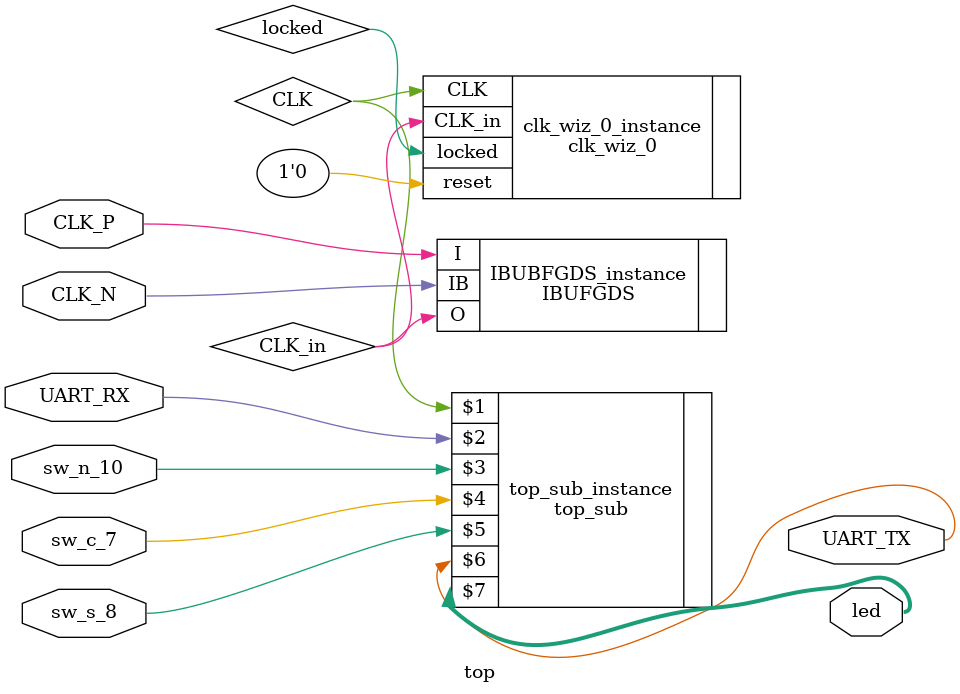
<source format=sv>
module top #(  // todo : reset system
	parameter INST_MEM_WIDTH = 15
) (
	input logic CLK_P,
	input logic CLK_N,
	input logic UART_RX,
	input logic sw_n_10,
	input logic sw_c_7,
	input logic sw_s_8,
	output logic UART_TX,
	output logic [7:0] led
);
	//clk generate
	logic CLK_in;
	logic CLK;
	logic locked;
	IBUFGDS IBUBFGDS_instance(.I(CLK_P), .IB(CLK_N), .O(CLK_in));
	
	clk_wiz_0 clk_wiz_0_instance(
		.CLK_in(CLK_in),
		.CLK(CLK),
		.reset(1'b0),
		.locked(locked)
	);
	top_sub #(INST_MEM_WIDTH) top_sub_instance(
			CLK,
			UART_RX,
			sw_n_10,
			sw_c_7,
			sw_s_8,
			UART_TX,
			led
	);
endmodule

</source>
